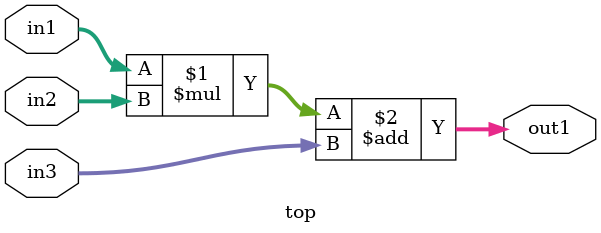
<source format=v>
module top(in1, in2, in3, out1);
  input [3:0] in1, in2, in3;
  output [3:0] out1;
  assign out1=in1*in2+in3;
endmodule

</source>
